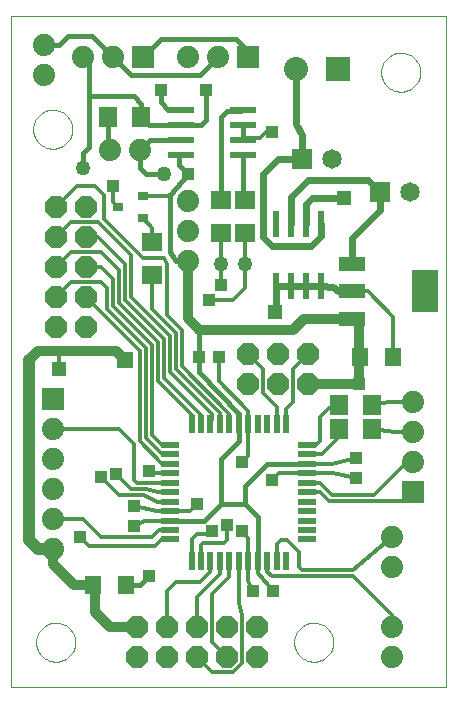
<source format=gtl>
G75*
%MOIN*%
%OFA0B0*%
%FSLAX24Y24*%
%IPPOS*%
%LPD*%
%AMOC8*
5,1,8,0,0,1.08239X$1,22.5*
%
%ADD10C,0.0000*%
%ADD11R,0.0870X0.0240*%
%ADD12R,0.0740X0.0740*%
%ADD13C,0.0740*%
%ADD14R,0.0630X0.0709*%
%ADD15R,0.0709X0.0630*%
%ADD16C,0.0500*%
%ADD17OC8,0.0740*%
%ADD18R,0.0551X0.0630*%
%ADD19R,0.0800X0.0800*%
%ADD20C,0.0800*%
%ADD21R,0.0236X0.0866*%
%ADD22C,0.0650*%
%ADD23R,0.0650X0.0650*%
%ADD24R,0.0880X0.0480*%
%ADD25R,0.0866X0.1417*%
%ADD26R,0.0591X0.0197*%
%ADD27R,0.0197X0.0591*%
%ADD28R,0.0433X0.0394*%
%ADD29R,0.0394X0.0433*%
%ADD30R,0.0354X0.0315*%
%ADD31C,0.0240*%
%ADD32R,0.0475X0.0475*%
%ADD33C,0.0120*%
%ADD34R,0.0436X0.0436*%
%ADD35C,0.0160*%
%ADD36R,0.0396X0.0396*%
%ADD37C,0.0400*%
%ADD38C,0.0320*%
%ADD39R,0.0531X0.0531*%
D10*
X000100Y001858D02*
X014596Y001858D01*
X014596Y024228D01*
X000100Y024228D01*
X000100Y001858D01*
X000946Y003358D02*
X000948Y003408D01*
X000954Y003458D01*
X000964Y003508D01*
X000977Y003556D01*
X000994Y003604D01*
X001015Y003650D01*
X001039Y003694D01*
X001067Y003736D01*
X001098Y003776D01*
X001132Y003813D01*
X001169Y003848D01*
X001208Y003879D01*
X001249Y003908D01*
X001293Y003933D01*
X001339Y003955D01*
X001386Y003973D01*
X001434Y003987D01*
X001483Y003998D01*
X001533Y004005D01*
X001583Y004008D01*
X001634Y004007D01*
X001684Y004002D01*
X001734Y003993D01*
X001782Y003981D01*
X001830Y003964D01*
X001876Y003944D01*
X001921Y003921D01*
X001964Y003894D01*
X002004Y003864D01*
X002042Y003831D01*
X002077Y003795D01*
X002110Y003756D01*
X002139Y003715D01*
X002165Y003672D01*
X002188Y003627D01*
X002207Y003580D01*
X002222Y003532D01*
X002234Y003483D01*
X002242Y003433D01*
X002246Y003383D01*
X002246Y003333D01*
X002242Y003283D01*
X002234Y003233D01*
X002222Y003184D01*
X002207Y003136D01*
X002188Y003089D01*
X002165Y003044D01*
X002139Y003001D01*
X002110Y002960D01*
X002077Y002921D01*
X002042Y002885D01*
X002004Y002852D01*
X001964Y002822D01*
X001921Y002795D01*
X001876Y002772D01*
X001830Y002752D01*
X001782Y002735D01*
X001734Y002723D01*
X001684Y002714D01*
X001634Y002709D01*
X001583Y002708D01*
X001533Y002711D01*
X001483Y002718D01*
X001434Y002729D01*
X001386Y002743D01*
X001339Y002761D01*
X001293Y002783D01*
X001249Y002808D01*
X001208Y002837D01*
X001169Y002868D01*
X001132Y002903D01*
X001098Y002940D01*
X001067Y002980D01*
X001039Y003022D01*
X001015Y003066D01*
X000994Y003112D01*
X000977Y003160D01*
X000964Y003208D01*
X000954Y003258D01*
X000948Y003308D01*
X000946Y003358D01*
X009546Y003358D02*
X009548Y003408D01*
X009554Y003458D01*
X009564Y003508D01*
X009577Y003556D01*
X009594Y003604D01*
X009615Y003650D01*
X009639Y003694D01*
X009667Y003736D01*
X009698Y003776D01*
X009732Y003813D01*
X009769Y003848D01*
X009808Y003879D01*
X009849Y003908D01*
X009893Y003933D01*
X009939Y003955D01*
X009986Y003973D01*
X010034Y003987D01*
X010083Y003998D01*
X010133Y004005D01*
X010183Y004008D01*
X010234Y004007D01*
X010284Y004002D01*
X010334Y003993D01*
X010382Y003981D01*
X010430Y003964D01*
X010476Y003944D01*
X010521Y003921D01*
X010564Y003894D01*
X010604Y003864D01*
X010642Y003831D01*
X010677Y003795D01*
X010710Y003756D01*
X010739Y003715D01*
X010765Y003672D01*
X010788Y003627D01*
X010807Y003580D01*
X010822Y003532D01*
X010834Y003483D01*
X010842Y003433D01*
X010846Y003383D01*
X010846Y003333D01*
X010842Y003283D01*
X010834Y003233D01*
X010822Y003184D01*
X010807Y003136D01*
X010788Y003089D01*
X010765Y003044D01*
X010739Y003001D01*
X010710Y002960D01*
X010677Y002921D01*
X010642Y002885D01*
X010604Y002852D01*
X010564Y002822D01*
X010521Y002795D01*
X010476Y002772D01*
X010430Y002752D01*
X010382Y002735D01*
X010334Y002723D01*
X010284Y002714D01*
X010234Y002709D01*
X010183Y002708D01*
X010133Y002711D01*
X010083Y002718D01*
X010034Y002729D01*
X009986Y002743D01*
X009939Y002761D01*
X009893Y002783D01*
X009849Y002808D01*
X009808Y002837D01*
X009769Y002868D01*
X009732Y002903D01*
X009698Y002940D01*
X009667Y002980D01*
X009639Y003022D01*
X009615Y003066D01*
X009594Y003112D01*
X009577Y003160D01*
X009564Y003208D01*
X009554Y003258D01*
X009548Y003308D01*
X009546Y003358D01*
X000846Y020458D02*
X000848Y020508D01*
X000854Y020558D01*
X000864Y020608D01*
X000877Y020656D01*
X000894Y020704D01*
X000915Y020750D01*
X000939Y020794D01*
X000967Y020836D01*
X000998Y020876D01*
X001032Y020913D01*
X001069Y020948D01*
X001108Y020979D01*
X001149Y021008D01*
X001193Y021033D01*
X001239Y021055D01*
X001286Y021073D01*
X001334Y021087D01*
X001383Y021098D01*
X001433Y021105D01*
X001483Y021108D01*
X001534Y021107D01*
X001584Y021102D01*
X001634Y021093D01*
X001682Y021081D01*
X001730Y021064D01*
X001776Y021044D01*
X001821Y021021D01*
X001864Y020994D01*
X001904Y020964D01*
X001942Y020931D01*
X001977Y020895D01*
X002010Y020856D01*
X002039Y020815D01*
X002065Y020772D01*
X002088Y020727D01*
X002107Y020680D01*
X002122Y020632D01*
X002134Y020583D01*
X002142Y020533D01*
X002146Y020483D01*
X002146Y020433D01*
X002142Y020383D01*
X002134Y020333D01*
X002122Y020284D01*
X002107Y020236D01*
X002088Y020189D01*
X002065Y020144D01*
X002039Y020101D01*
X002010Y020060D01*
X001977Y020021D01*
X001942Y019985D01*
X001904Y019952D01*
X001864Y019922D01*
X001821Y019895D01*
X001776Y019872D01*
X001730Y019852D01*
X001682Y019835D01*
X001634Y019823D01*
X001584Y019814D01*
X001534Y019809D01*
X001483Y019808D01*
X001433Y019811D01*
X001383Y019818D01*
X001334Y019829D01*
X001286Y019843D01*
X001239Y019861D01*
X001193Y019883D01*
X001149Y019908D01*
X001108Y019937D01*
X001069Y019968D01*
X001032Y020003D01*
X000998Y020040D01*
X000967Y020080D01*
X000939Y020122D01*
X000915Y020166D01*
X000894Y020212D01*
X000877Y020260D01*
X000864Y020308D01*
X000854Y020358D01*
X000848Y020408D01*
X000846Y020458D01*
X012446Y022358D02*
X012448Y022408D01*
X012454Y022458D01*
X012464Y022508D01*
X012477Y022556D01*
X012494Y022604D01*
X012515Y022650D01*
X012539Y022694D01*
X012567Y022736D01*
X012598Y022776D01*
X012632Y022813D01*
X012669Y022848D01*
X012708Y022879D01*
X012749Y022908D01*
X012793Y022933D01*
X012839Y022955D01*
X012886Y022973D01*
X012934Y022987D01*
X012983Y022998D01*
X013033Y023005D01*
X013083Y023008D01*
X013134Y023007D01*
X013184Y023002D01*
X013234Y022993D01*
X013282Y022981D01*
X013330Y022964D01*
X013376Y022944D01*
X013421Y022921D01*
X013464Y022894D01*
X013504Y022864D01*
X013542Y022831D01*
X013577Y022795D01*
X013610Y022756D01*
X013639Y022715D01*
X013665Y022672D01*
X013688Y022627D01*
X013707Y022580D01*
X013722Y022532D01*
X013734Y022483D01*
X013742Y022433D01*
X013746Y022383D01*
X013746Y022333D01*
X013742Y022283D01*
X013734Y022233D01*
X013722Y022184D01*
X013707Y022136D01*
X013688Y022089D01*
X013665Y022044D01*
X013639Y022001D01*
X013610Y021960D01*
X013577Y021921D01*
X013542Y021885D01*
X013504Y021852D01*
X013464Y021822D01*
X013421Y021795D01*
X013376Y021772D01*
X013330Y021752D01*
X013282Y021735D01*
X013234Y021723D01*
X013184Y021714D01*
X013134Y021709D01*
X013083Y021708D01*
X013033Y021711D01*
X012983Y021718D01*
X012934Y021729D01*
X012886Y021743D01*
X012839Y021761D01*
X012793Y021783D01*
X012749Y021808D01*
X012708Y021837D01*
X012669Y021868D01*
X012632Y021903D01*
X012598Y021940D01*
X012567Y021980D01*
X012539Y022022D01*
X012515Y022066D01*
X012494Y022112D01*
X012477Y022160D01*
X012464Y022208D01*
X012454Y022258D01*
X012448Y022308D01*
X012446Y022358D01*
D11*
X007826Y021108D03*
X007826Y020608D03*
X007826Y020108D03*
X007826Y019608D03*
X005766Y019608D03*
X005766Y020108D03*
X005766Y020608D03*
X005766Y021108D03*
D12*
X004496Y022858D03*
X007996Y022858D03*
X001496Y011458D03*
X013496Y008358D03*
D13*
X013496Y009358D03*
X013496Y010358D03*
X013496Y011358D03*
X012796Y006858D03*
X012796Y005858D03*
X012796Y003858D03*
X012796Y002858D03*
X005996Y016058D03*
X005996Y017058D03*
X005996Y018058D03*
X004396Y019758D03*
X003396Y019758D03*
X003496Y022858D03*
X002496Y022858D03*
X001196Y023258D03*
X001196Y022258D03*
X005996Y022858D03*
X006996Y022858D03*
X001496Y010458D03*
X001496Y009458D03*
X001496Y008458D03*
X001496Y007458D03*
X001496Y006458D03*
D14*
X003345Y020858D03*
X004447Y020858D03*
X011045Y011258D03*
X011045Y010458D03*
X012147Y010458D03*
X012147Y011258D03*
D15*
X007896Y017007D03*
X007896Y018109D03*
X007096Y018109D03*
X007096Y017007D03*
X004796Y016709D03*
X004796Y015607D03*
D16*
X005196Y018958D03*
X007096Y015958D03*
X007896Y015958D03*
X002496Y019158D03*
D17*
X002596Y017858D03*
X002596Y016858D03*
X002596Y015858D03*
X002596Y014858D03*
X002596Y013858D03*
X001596Y013858D03*
X001596Y014858D03*
X001596Y015858D03*
X001596Y016858D03*
X001596Y017858D03*
X007996Y012958D03*
X007996Y011958D03*
X008996Y011958D03*
X008996Y012958D03*
X009996Y012958D03*
X009996Y011958D03*
X008296Y003858D03*
X008296Y002858D03*
X007296Y002858D03*
X007296Y003858D03*
X006296Y003858D03*
X006296Y002858D03*
X005296Y002858D03*
X005296Y003858D03*
X004296Y003858D03*
X004296Y002858D03*
D18*
X003947Y005258D03*
X002845Y005258D03*
X011745Y012858D03*
X012847Y012858D03*
D19*
X010996Y022458D03*
D20*
X009618Y022458D03*
D21*
X009446Y017282D03*
X008946Y017282D03*
X009946Y017282D03*
X010446Y017282D03*
X010446Y015235D03*
X009946Y015235D03*
X009446Y015235D03*
X008946Y015235D03*
D22*
X010796Y019458D03*
X013396Y018358D03*
D23*
X012396Y018358D03*
X009796Y019458D03*
D24*
X011476Y015968D03*
X011476Y015058D03*
X011476Y014148D03*
D25*
X013916Y015058D03*
D26*
X009980Y009933D03*
X009980Y009618D03*
X009980Y009303D03*
X009980Y008988D03*
X009980Y008673D03*
X009980Y008358D03*
X009980Y008043D03*
X009980Y007728D03*
X009980Y007413D03*
X009980Y007098D03*
X009980Y006783D03*
X005413Y006783D03*
X005413Y007098D03*
X005413Y007413D03*
X005413Y007728D03*
X005413Y008043D03*
X005413Y008358D03*
X005413Y008673D03*
X005413Y008988D03*
X005413Y009303D03*
X005413Y009618D03*
X005413Y009933D03*
D27*
X006121Y010642D03*
X006436Y010642D03*
X006751Y010642D03*
X007066Y010642D03*
X007381Y010642D03*
X007696Y010642D03*
X008011Y010642D03*
X008326Y010642D03*
X008641Y010642D03*
X008956Y010642D03*
X009271Y010642D03*
X009271Y006075D03*
X008956Y006075D03*
X008641Y006075D03*
X008326Y006075D03*
X008011Y006075D03*
X007696Y006075D03*
X007381Y006075D03*
X007066Y006075D03*
X006751Y006075D03*
X006436Y006075D03*
X006121Y006075D03*
D28*
X008161Y005058D03*
X008831Y005058D03*
X007031Y012858D03*
X006361Y012858D03*
D29*
X004196Y007893D03*
X004196Y007224D03*
X011596Y008824D03*
X011596Y009493D03*
D30*
X004490Y017484D03*
X004490Y018232D03*
X003663Y017858D03*
D31*
X008496Y016858D02*
X008796Y016558D01*
X010096Y016558D01*
X010446Y016908D01*
X010446Y017282D01*
X009946Y017282D02*
X009946Y017958D01*
X010146Y018158D01*
X011196Y018158D01*
X012396Y017758D02*
X011476Y016838D01*
X011476Y015968D01*
X011476Y015058D02*
X010996Y015058D01*
X010846Y015208D01*
X010446Y015235D01*
X009946Y015235D01*
X009446Y015235D01*
X008946Y015235D01*
X008946Y014608D01*
X008896Y014358D01*
X008496Y016858D02*
X008496Y018958D01*
X008996Y019458D01*
X009796Y019458D01*
X009796Y020258D01*
X009618Y020636D01*
X009618Y022458D01*
X009996Y018758D02*
X011996Y018758D01*
X012396Y018358D01*
X012396Y017758D01*
X009996Y018758D02*
X009446Y018208D01*
X009446Y017282D01*
D32*
X011196Y018158D03*
X008896Y014358D03*
X001696Y012458D03*
D33*
X001696Y013058D01*
X001596Y014858D02*
X002096Y015358D01*
X003096Y015358D01*
X003296Y015158D01*
X003296Y014458D01*
X004596Y013158D01*
X004596Y010158D01*
X005136Y009618D01*
X005413Y009618D01*
X005413Y009933D02*
X005121Y009933D01*
X004796Y010258D01*
X004796Y013258D01*
X003496Y014558D01*
X003496Y015458D01*
X003096Y015858D01*
X002596Y015858D01*
X002096Y016358D02*
X001596Y015858D01*
X002096Y016358D02*
X003096Y016358D01*
X003696Y015758D01*
X003696Y014658D01*
X004996Y013358D01*
X004996Y012058D01*
X006121Y010933D01*
X006121Y010642D01*
X006436Y010642D02*
X006436Y010918D01*
X005196Y012158D01*
X005196Y013458D01*
X003896Y014758D01*
X003896Y015958D01*
X002996Y016858D01*
X002596Y016858D01*
X002996Y017358D02*
X002096Y017358D01*
X001596Y016858D01*
X001596Y017858D02*
X002296Y018558D01*
X002896Y018558D01*
X003196Y018258D01*
X003196Y017458D01*
X004496Y016158D01*
X005196Y016158D01*
X005296Y015958D01*
X005296Y014258D01*
X005796Y013758D01*
X005796Y012558D01*
X007381Y010973D01*
X007381Y010642D01*
X007066Y010642D02*
X007066Y010988D01*
X005596Y012458D01*
X005596Y013658D01*
X004796Y014458D01*
X004796Y015607D01*
X004096Y016258D02*
X004096Y014858D01*
X005396Y013558D01*
X005396Y012358D01*
X006796Y010958D01*
X006796Y010758D01*
X006751Y010713D01*
X006751Y010642D01*
X007996Y011058D02*
X007031Y012058D01*
X007031Y012858D01*
X007996Y012958D02*
X008496Y012458D01*
X008496Y011658D01*
X008956Y011198D01*
X008956Y010642D01*
X009271Y010642D02*
X009271Y011133D01*
X009496Y011358D01*
X009496Y012458D01*
X009996Y012958D01*
X010696Y011158D02*
X010945Y011158D01*
X011045Y011258D01*
X010696Y011158D02*
X010396Y010858D01*
X010396Y010058D01*
X010271Y009933D01*
X009980Y009933D01*
X009980Y009618D02*
X010456Y009618D01*
X011096Y010258D01*
X011096Y010407D01*
X011045Y010458D01*
X011596Y009493D02*
X010806Y009303D01*
X009980Y009303D01*
X009980Y008988D02*
X010831Y008988D01*
X011596Y008824D01*
X012196Y008258D02*
X013296Y009358D01*
X013496Y009358D01*
X013496Y008358D02*
X013196Y008058D01*
X010696Y008058D01*
X010396Y008358D01*
X009980Y008358D01*
X009980Y008673D02*
X010181Y008673D01*
X010196Y008658D01*
X010396Y008658D01*
X010796Y008258D01*
X012196Y008258D01*
X012796Y006858D02*
X011496Y005758D01*
X009796Y005758D01*
X009696Y005858D01*
X009696Y006358D01*
X009296Y006758D01*
X009096Y006758D01*
X008956Y006618D01*
X008956Y006075D01*
X008641Y006075D02*
X008641Y005713D01*
X008796Y005558D01*
X011496Y005558D01*
X012796Y004258D01*
X012796Y003858D01*
X009980Y008988D02*
X009026Y008988D01*
X008796Y008758D01*
X008011Y009573D02*
X007796Y009358D01*
X008011Y009573D02*
X008011Y010642D01*
X008011Y011043D01*
X007996Y011058D01*
X006296Y007958D02*
X006066Y007728D01*
X005413Y007728D01*
X004961Y007728D01*
X004196Y007893D01*
X004496Y008258D02*
X003696Y008258D01*
X003096Y008858D01*
X003596Y008958D02*
X004096Y008458D01*
X004596Y008458D01*
X004996Y008358D01*
X005413Y008358D01*
X005398Y008658D02*
X005413Y008673D01*
X005398Y008658D02*
X004296Y008658D01*
X004196Y008758D01*
X004196Y009958D01*
X003696Y010458D01*
X001496Y010458D01*
X001496Y007458D02*
X002496Y007458D01*
X003096Y006858D01*
X004796Y006858D01*
X005036Y007098D01*
X005413Y007098D01*
X005413Y006783D02*
X005121Y006783D01*
X004896Y006558D01*
X002696Y006558D01*
X002396Y006858D01*
X004196Y007224D02*
X004586Y007413D01*
X005413Y007413D01*
X005413Y008043D02*
X005011Y008043D01*
X004496Y008258D01*
X004766Y008988D02*
X004696Y009058D01*
X004766Y008988D02*
X005413Y008988D01*
X005413Y009303D02*
X005151Y009303D01*
X004396Y010058D01*
X004396Y013058D01*
X002596Y014858D01*
X004096Y016258D02*
X002996Y017358D01*
X003496Y018025D02*
X003663Y017858D01*
X003496Y018025D02*
X003496Y018558D01*
X004490Y018232D02*
X005270Y018232D01*
X005396Y018258D01*
X004490Y017484D02*
X004796Y017178D01*
X004796Y016709D01*
X006696Y014758D02*
X007496Y014758D01*
X007896Y015158D01*
X007896Y015958D01*
X007896Y017007D01*
X007096Y017007D02*
X007096Y015958D01*
X007096Y015258D01*
X007826Y020108D02*
X007876Y020158D01*
X008396Y020158D01*
X008596Y020358D01*
X008796Y020358D01*
X011476Y015058D02*
X011996Y015058D01*
X012847Y014207D01*
X012847Y012858D01*
X012696Y011358D02*
X013496Y011358D01*
X013496Y010358D02*
X012896Y010358D01*
X012147Y010458D01*
X012147Y011258D02*
X012696Y011358D01*
X008326Y005663D02*
X008831Y005058D01*
X008326Y005663D02*
X008326Y006075D01*
X008011Y006075D02*
X008011Y005873D01*
X007996Y005858D01*
X007996Y005393D01*
X008161Y005058D01*
X007696Y004658D02*
X007796Y004258D01*
X007796Y002658D01*
X007496Y002358D01*
X006796Y002358D01*
X006296Y002858D01*
X006796Y003358D02*
X007296Y002858D01*
X006796Y003358D02*
X006796Y004958D01*
X007381Y005543D01*
X007381Y006075D01*
X007066Y006075D02*
X007066Y005628D01*
X006296Y004858D01*
X006296Y003858D01*
X006396Y005358D02*
X005596Y005358D01*
X005296Y005058D01*
X005296Y003858D01*
X006396Y005358D02*
X006751Y005713D01*
X006751Y006075D01*
X006436Y006075D02*
X006436Y006598D01*
X006496Y006658D01*
X007196Y006658D01*
X007296Y006758D01*
X007296Y007258D01*
X007796Y007058D02*
X008011Y006843D01*
X008011Y006075D01*
X007696Y006075D02*
X007696Y004658D01*
X006696Y006958D02*
X006296Y006958D01*
X006121Y006783D01*
X006121Y006075D01*
X006696Y006958D02*
X006796Y007058D01*
D34*
X006296Y007958D03*
X007796Y007058D03*
X008796Y008758D03*
X007796Y009358D03*
X004696Y009058D03*
X004696Y005558D03*
X002396Y006858D03*
X011696Y011958D03*
D35*
X011696Y012658D02*
X011745Y012858D01*
X011745Y012707D01*
X009980Y009303D02*
X008651Y009303D01*
X008596Y009258D01*
X007896Y008558D01*
X007896Y007958D01*
X007096Y007958D01*
X007096Y009458D01*
X007696Y010058D01*
X007696Y010642D01*
X007696Y010958D01*
X006361Y012358D01*
X006361Y012858D01*
X006361Y013704D01*
X006406Y013748D01*
X005996Y016058D02*
X005596Y016058D01*
X005396Y016358D01*
X005396Y018258D01*
X005996Y018958D01*
X005696Y019258D01*
X005696Y019538D01*
X005766Y019608D01*
X005766Y020108D02*
X004746Y020108D01*
X004396Y019758D01*
X004396Y019158D01*
X004596Y018958D01*
X005196Y018958D01*
X004697Y020608D02*
X004447Y020858D01*
X004447Y021307D01*
X004196Y021558D01*
X002696Y021558D01*
X002696Y022658D01*
X002496Y022858D01*
X002796Y023558D02*
X003496Y022858D01*
X004096Y022258D01*
X006396Y022258D01*
X006996Y022858D01*
X007596Y023458D02*
X005096Y023458D01*
X004496Y022858D01*
X005096Y021758D02*
X005096Y021358D01*
X005346Y021108D01*
X005766Y021108D01*
X005766Y020608D02*
X006446Y020608D01*
X006596Y020758D01*
X006596Y021758D01*
X007296Y021058D02*
X007096Y020858D01*
X007096Y018109D01*
X007826Y018179D02*
X007896Y018109D01*
X007826Y018179D02*
X007826Y019608D01*
X007826Y020108D02*
X007826Y020608D01*
X007776Y021058D02*
X007826Y021108D01*
X007776Y021058D02*
X007296Y021058D01*
X007996Y022858D02*
X007996Y023058D01*
X007596Y023458D01*
X005766Y020608D02*
X004697Y020608D01*
X003345Y020858D02*
X003345Y019809D01*
X003396Y019758D01*
X002696Y019858D02*
X002696Y021558D01*
X002696Y019858D02*
X002496Y019658D01*
X002496Y019158D01*
X001696Y023258D02*
X001196Y023258D01*
X001696Y023258D02*
X001996Y023558D01*
X002796Y023558D01*
X007096Y007958D02*
X006551Y007413D01*
X005413Y007413D01*
X004696Y005558D02*
X004396Y005258D01*
X003947Y005258D01*
X007896Y007958D02*
X008326Y007528D01*
X008326Y006075D01*
D36*
X007296Y007258D03*
X006796Y007058D03*
X003596Y008958D03*
X003096Y008858D03*
X006696Y014758D03*
X007096Y015258D03*
X005996Y018958D03*
X006596Y021758D03*
X005096Y021758D03*
X003496Y018558D03*
X008796Y020358D03*
D37*
X000696Y012758D02*
X000696Y006758D01*
X000996Y006458D01*
X001496Y006458D01*
D38*
X001496Y005958D01*
X002196Y005258D01*
X002845Y005258D01*
X002896Y005207D01*
X002896Y004358D01*
X003396Y003858D01*
X004296Y003858D01*
X003896Y012758D02*
X003596Y013058D01*
X001696Y013058D01*
X000996Y013058D01*
X000696Y012758D01*
X005996Y014158D02*
X005996Y016058D01*
X005996Y014158D02*
X006406Y013748D01*
X006416Y013758D01*
X009496Y013758D01*
X009886Y014148D01*
X011476Y014148D01*
X011696Y014048D01*
X011696Y012658D01*
X011696Y011958D01*
X009996Y011958D01*
D39*
X003896Y012758D03*
M02*

</source>
